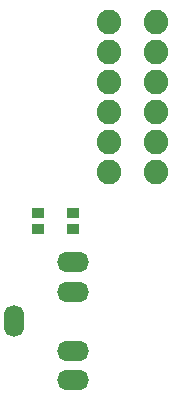
<source format=gts>
G04*
G04 #@! TF.GenerationSoftware,Altium Limited,CircuitStudio,1.5.2 (30)*
G04*
G04 Layer_Color=20142*
%FSLAX25Y25*%
%MOIN*%
G70*
G01*
G75*
%ADD17R,0.04343X0.03556*%
%ADD18O,0.06706X0.10642*%
%ADD19O,0.10642X0.06706*%
%ADD20C,0.08200*%
D17*
X417323Y457283D02*
D03*
Y452165D02*
D03*
X429134Y457283D02*
D03*
Y452165D02*
D03*
D18*
X409449Y421260D02*
D03*
D19*
X429134Y401575D02*
D03*
Y411417D02*
D03*
Y440945D02*
D03*
Y431102D02*
D03*
D20*
X456693Y521063D02*
D03*
Y511063D02*
D03*
Y501063D02*
D03*
Y491063D02*
D03*
Y481063D02*
D03*
Y471063D02*
D03*
X440945Y471063D02*
D03*
Y481063D02*
D03*
Y491063D02*
D03*
Y501063D02*
D03*
Y511063D02*
D03*
Y521063D02*
D03*
M02*

</source>
